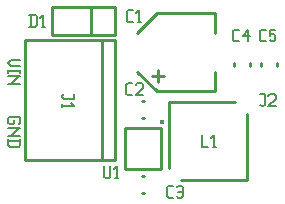
<source format=gbr>
G04 start of page 8 for group -4079 idx -4079 *
G04 Title: (unknown), topsilk *
G04 Creator: pcb 20140316 *
G04 CreationDate: Thu 20 Aug 2020 03:11:14 AM GMT UTC *
G04 For: railfan *
G04 Format: Gerber/RS-274X *
G04 PCB-Dimensions (mil): 1150.00 910.00 *
G04 PCB-Coordinate-Origin: lower left *
%MOIN*%
%FSLAX25Y25*%
%LNTOPSILK*%
%ADD46C,0.0100*%
%ADD45C,0.0080*%
%ADD44C,0.0001*%
G54D44*G36*
X62500Y39000D02*X64000D01*
Y37500D01*
X62500D01*
Y39000D01*
G37*
G54D45*X13000Y59000D02*X16000D01*
X13000D02*X12000Y58000D01*
X13000Y57000D01*
X16000D01*
Y55800D02*Y54800D01*
X12000Y55300D02*X16000D01*
X12000Y55800D02*Y54800D01*
Y53600D02*X16000D01*
X15500D02*X16000D01*
X15500D02*X13000Y51100D01*
X12000D02*X16000D01*
Y38000D02*X15500Y37500D01*
X16000Y39500D02*Y38000D01*
X15500Y40000D02*X16000Y39500D01*
X12500Y40000D02*X15500D01*
X12500D02*X12000Y39500D01*
Y38000D01*
X12500Y37500D01*
X13500D01*
X14000Y38000D02*X13500Y37500D01*
X14000Y39000D02*Y38000D01*
X12000Y36300D02*X16000D01*
X15500D02*X16000D01*
X15500D02*X13000Y33800D01*
X12000D02*X16000D01*
X12000Y32100D02*X16000D01*
Y30600D02*X15500Y30100D01*
X12500D02*X15500D01*
X12000Y30600D02*X12500Y30100D01*
X12000Y32600D02*Y30600D01*
X16000Y32600D02*Y30600D01*
G54D46*X96245Y57893D02*Y57107D01*
X101755Y57893D02*Y57107D01*
X65550Y45050D02*Y23050D01*
Y45050D02*X87550D01*
X91550Y41050D02*Y19050D01*
X69550D02*X91550D01*
X87245Y57893D02*Y57107D01*
X92755Y57893D02*Y57107D01*
X26500Y76800D02*X47500D01*
X26500Y67200D02*X47500D01*
Y76800D02*Y67200D01*
X26500Y76800D02*Y67200D01*
X39500Y76800D02*Y67200D01*
X17700Y65500D02*Y25500D01*
X47700Y65500D02*Y25500D01*
X43300Y65500D02*Y25500D01*
X17700Y65500D02*X47700D01*
X17700Y25500D02*X47700D01*
X56607Y45255D02*X57393D01*
X56607Y39745D02*X57393D01*
X56657Y14795D02*X57443D01*
X56657Y20305D02*X57443D01*
X62950Y36450D02*Y22550D01*
X51150Y36450D02*X62950D01*
X51150D02*Y22550D01*
X62950D01*
X80992Y55004D02*Y48508D01*
Y74492D02*Y67996D01*
X61504Y74492D02*X80992D01*
X61504Y48508D02*X80992D01*
X61504Y74492D02*X55008Y67996D01*
X61504Y48508D02*X55008Y55004D01*
X62000Y55500D02*Y51500D01*
X60000Y53500D02*X64000D01*
G54D45*X96000Y47500D02*X97500D01*
Y44000D01*
X97000Y43500D02*X97500Y44000D01*
X96500Y43500D02*X97000D01*
X96000Y44000D02*X96500Y43500D01*
X98700Y47000D02*X99200Y47500D01*
X100700D01*
X101200Y47000D01*
Y46000D01*
X98700Y43500D02*X101200Y46000D01*
X98700Y43500D02*X101200D01*
X96495Y65150D02*X97980D01*
X96000Y65645D02*X96495Y65150D01*
X96000Y68615D02*Y65645D01*
Y68615D02*X96495Y69110D01*
X97980D01*
X99168D02*X101148D01*
X99168D02*Y67130D01*
X99663Y67625D01*
X100653D01*
X101148Y67130D01*
Y65645D01*
X100653Y65150D02*X101148Y65645D01*
X99663Y65150D02*X100653D01*
X99168Y65645D02*X99663Y65150D01*
X65500Y13000D02*X67000D01*
X65000Y13500D02*X65500Y13000D01*
X65000Y16500D02*Y13500D01*
Y16500D02*X65500Y17000D01*
X67000D01*
X68200Y16500D02*X68700Y17000D01*
X69700D01*
X70200Y16500D01*
Y13500D01*
X69700Y13000D02*X70200Y13500D01*
X68700Y13000D02*X69700D01*
X68200Y13500D02*X68700Y13000D01*
Y15000D02*X70200D01*
X51843Y47200D02*X53343D01*
X51343Y47700D02*X51843Y47200D01*
X51343Y50700D02*Y47700D01*
Y50700D02*X51843Y51200D01*
X53343D01*
X54543Y50700D02*X55043Y51200D01*
X56543D01*
X57043Y50700D01*
Y49700D01*
X54543Y47200D02*X57043Y49700D01*
X54543Y47200D02*X57043D01*
X76550Y34050D02*Y30050D01*
X78550D01*
X80250D02*X81250D01*
X80750Y34050D02*Y30050D01*
X79750Y33050D02*X80750Y34050D01*
X87495Y65150D02*X88980D01*
X87000Y65645D02*X87495Y65150D01*
X87000Y68615D02*Y65645D01*
Y68615D02*X87495Y69110D01*
X88980D01*
X90168Y67130D02*X92148Y69110D01*
X90168Y67130D02*X92643D01*
X92148Y69110D02*Y65150D01*
X19500Y74000D02*Y70000D01*
X21000Y74000D02*X21500Y73500D01*
Y70500D01*
X21000Y70000D02*X21500Y70500D01*
X19000Y70000D02*X21000D01*
X19000Y74000D02*X21000D01*
X23200Y70000D02*X24200D01*
X23700Y74000D02*Y70000D01*
X22700Y73000D02*X23700Y74000D01*
X34000Y47500D02*Y46000D01*
X30500D02*X34000D01*
X30000Y46500D02*X30500Y46000D01*
X30000Y47000D02*Y46500D01*
X30500Y47500D02*X30000Y47000D01*
Y44300D02*Y43300D01*
Y43800D02*X34000D01*
X33000Y44800D02*X34000Y43800D01*
X44050Y23550D02*Y20050D01*
X44550Y19550D01*
X45550D01*
X46050Y20050D01*
Y23550D02*Y20050D01*
X47750Y19550D02*X48750D01*
X48250Y23550D02*Y19550D01*
X47250Y22550D02*X48250Y23550D01*
X52000Y71500D02*X53500D01*
X51500Y72000D02*X52000Y71500D01*
X51500Y75000D02*Y72000D01*
Y75000D02*X52000Y75500D01*
X53500D01*
X55200Y71500D02*X56200D01*
X55700Y75500D02*Y71500D01*
X54700Y74500D02*X55700Y75500D01*
M02*

</source>
